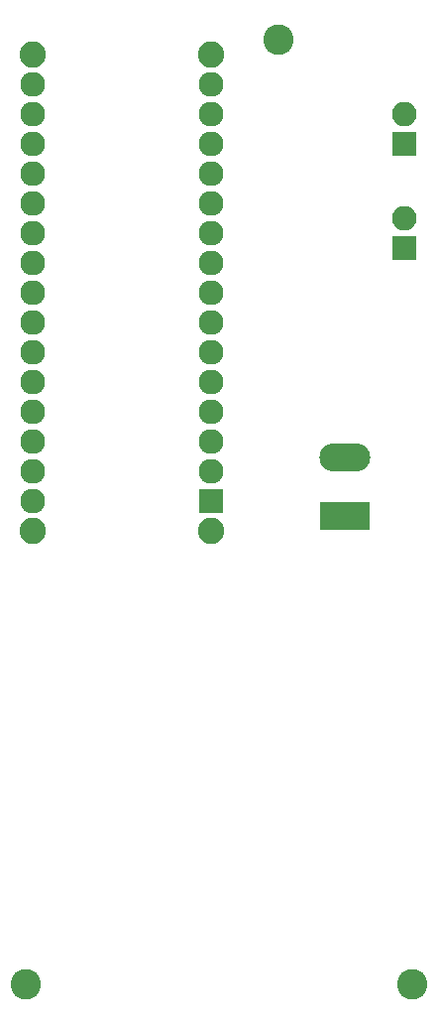
<source format=gbs>
G04 #@! TF.FileFunction,Soldermask,Bot*
%FSLAX46Y46*%
G04 Gerber Fmt 4.6, Leading zero omitted, Abs format (unit mm)*
G04 Created by KiCad (PCBNEW 4.0.7) date 2018 June 21, Thursday 20:27:03*
%MOMM*%
%LPD*%
G01*
G04 APERTURE LIST*
%ADD10C,0.100000*%
%ADD11C,2.127200*%
%ADD12R,2.127200X2.127200*%
%ADD13C,2.250000*%
%ADD14R,4.360000X2.380000*%
%ADD15O,4.360000X2.380000*%
%ADD16R,2.100000X2.100000*%
%ADD17O,2.100000X2.100000*%
%ADD18C,2.600000*%
G04 APERTURE END LIST*
D10*
D11*
X135890000Y-105410000D03*
X135890000Y-102870000D03*
X135890000Y-100330000D03*
X135890000Y-97790000D03*
X135890000Y-95250000D03*
X135890000Y-92710000D03*
X135890000Y-90170000D03*
X135890000Y-87630000D03*
X135890000Y-85090000D03*
X135890000Y-82550000D03*
X135890000Y-80010000D03*
X135890000Y-77470000D03*
X135890000Y-74930000D03*
X135890000Y-72390000D03*
X135890000Y-69850000D03*
X151130000Y-69850000D03*
X151130000Y-72390000D03*
X151130000Y-74930000D03*
X151130000Y-77470000D03*
X151130000Y-80010000D03*
X151130000Y-82550000D03*
X151130000Y-85090000D03*
X151130000Y-87630000D03*
X151130000Y-90170000D03*
X151130000Y-92710000D03*
X151130000Y-95250000D03*
X151130000Y-97790000D03*
X151130000Y-100330000D03*
X151130000Y-102870000D03*
D12*
X151130000Y-105410000D03*
D13*
X151130000Y-107950000D03*
X135890000Y-107950000D03*
X151130000Y-67310000D03*
X135890000Y-67310000D03*
D14*
X162560000Y-106680000D03*
D15*
X162560000Y-101680000D03*
D16*
X167640000Y-83820000D03*
D17*
X167640000Y-81280000D03*
D16*
X167640000Y-74930000D03*
D17*
X167640000Y-72390000D03*
D18*
X168275000Y-146685000D03*
X135255000Y-146685000D03*
X156845000Y-66040000D03*
M02*

</source>
